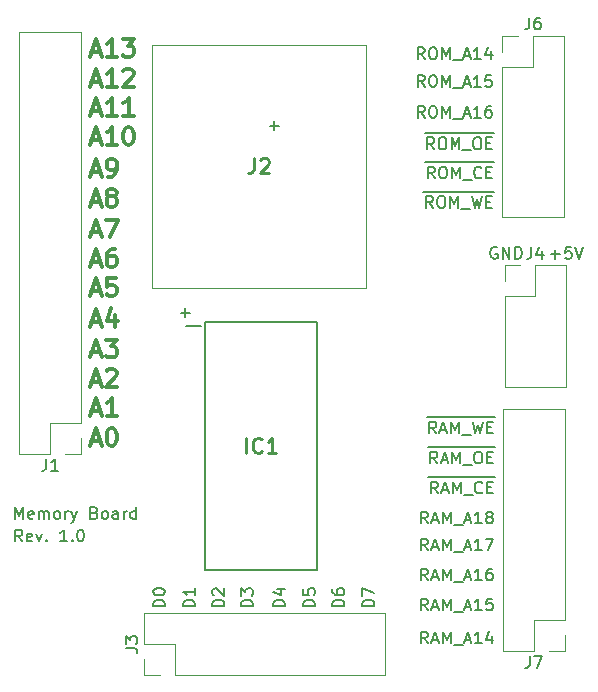
<source format=gbr>
%TF.GenerationSoftware,KiCad,Pcbnew,(5.1.6)-1*%
%TF.CreationDate,2020-09-22T21:52:58+03:00*%
%TF.ProjectId,RAM_ROM_devboard,52414d5f-524f-44d5-9f64-6576626f6172,rev?*%
%TF.SameCoordinates,Original*%
%TF.FileFunction,Legend,Top*%
%TF.FilePolarity,Positive*%
%FSLAX46Y46*%
G04 Gerber Fmt 4.6, Leading zero omitted, Abs format (unit mm)*
G04 Created by KiCad (PCBNEW (5.1.6)-1) date 2020-09-22 21:52:58*
%MOMM*%
%LPD*%
G01*
G04 APERTURE LIST*
%ADD10C,0.150000*%
%ADD11C,0.300000*%
%ADD12C,0.120000*%
%ADD13C,0.200000*%
%ADD14C,0.100000*%
%ADD15C,0.254000*%
G04 APERTURE END LIST*
D10*
X132993119Y-107132380D02*
X132659785Y-106656190D01*
X132421690Y-107132380D02*
X132421690Y-106132380D01*
X132802642Y-106132380D01*
X132897880Y-106180000D01*
X132945500Y-106227619D01*
X132993119Y-106322857D01*
X132993119Y-106465714D01*
X132945500Y-106560952D01*
X132897880Y-106608571D01*
X132802642Y-106656190D01*
X132421690Y-106656190D01*
X133374071Y-106846666D02*
X133850261Y-106846666D01*
X133278833Y-107132380D02*
X133612166Y-106132380D01*
X133945500Y-107132380D01*
X134278833Y-107132380D02*
X134278833Y-106132380D01*
X134612166Y-106846666D01*
X134945500Y-106132380D01*
X134945500Y-107132380D01*
X135183595Y-107227619D02*
X135945500Y-107227619D01*
X136135976Y-106846666D02*
X136612166Y-106846666D01*
X136040738Y-107132380D02*
X136374071Y-106132380D01*
X136707404Y-107132380D01*
X137564547Y-107132380D02*
X136993119Y-107132380D01*
X137278833Y-107132380D02*
X137278833Y-106132380D01*
X137183595Y-106275238D01*
X137088357Y-106370476D01*
X136993119Y-106418095D01*
X138135976Y-106560952D02*
X138040738Y-106513333D01*
X137993119Y-106465714D01*
X137945500Y-106370476D01*
X137945500Y-106322857D01*
X137993119Y-106227619D01*
X138040738Y-106180000D01*
X138135976Y-106132380D01*
X138326452Y-106132380D01*
X138421690Y-106180000D01*
X138469309Y-106227619D01*
X138516928Y-106322857D01*
X138516928Y-106370476D01*
X138469309Y-106465714D01*
X138421690Y-106513333D01*
X138326452Y-106560952D01*
X138135976Y-106560952D01*
X138040738Y-106608571D01*
X137993119Y-106656190D01*
X137945500Y-106751428D01*
X137945500Y-106941904D01*
X137993119Y-107037142D01*
X138040738Y-107084761D01*
X138135976Y-107132380D01*
X138326452Y-107132380D01*
X138421690Y-107084761D01*
X138469309Y-107037142D01*
X138516928Y-106941904D01*
X138516928Y-106751428D01*
X138469309Y-106656190D01*
X138421690Y-106608571D01*
X138326452Y-106560952D01*
X132993119Y-109418380D02*
X132659785Y-108942190D01*
X132421690Y-109418380D02*
X132421690Y-108418380D01*
X132802642Y-108418380D01*
X132897880Y-108466000D01*
X132945500Y-108513619D01*
X132993119Y-108608857D01*
X132993119Y-108751714D01*
X132945500Y-108846952D01*
X132897880Y-108894571D01*
X132802642Y-108942190D01*
X132421690Y-108942190D01*
X133374071Y-109132666D02*
X133850261Y-109132666D01*
X133278833Y-109418380D02*
X133612166Y-108418380D01*
X133945500Y-109418380D01*
X134278833Y-109418380D02*
X134278833Y-108418380D01*
X134612166Y-109132666D01*
X134945500Y-108418380D01*
X134945500Y-109418380D01*
X135183595Y-109513619D02*
X135945500Y-109513619D01*
X136135976Y-109132666D02*
X136612166Y-109132666D01*
X136040738Y-109418380D02*
X136374071Y-108418380D01*
X136707404Y-109418380D01*
X137564547Y-109418380D02*
X136993119Y-109418380D01*
X137278833Y-109418380D02*
X137278833Y-108418380D01*
X137183595Y-108561238D01*
X137088357Y-108656476D01*
X136993119Y-108704095D01*
X137897880Y-108418380D02*
X138564547Y-108418380D01*
X138135976Y-109418380D01*
X98655476Y-108656380D02*
X98322142Y-108180190D01*
X98084047Y-108656380D02*
X98084047Y-107656380D01*
X98465000Y-107656380D01*
X98560238Y-107704000D01*
X98607857Y-107751619D01*
X98655476Y-107846857D01*
X98655476Y-107989714D01*
X98607857Y-108084952D01*
X98560238Y-108132571D01*
X98465000Y-108180190D01*
X98084047Y-108180190D01*
X99465000Y-108608761D02*
X99369761Y-108656380D01*
X99179285Y-108656380D01*
X99084047Y-108608761D01*
X99036428Y-108513523D01*
X99036428Y-108132571D01*
X99084047Y-108037333D01*
X99179285Y-107989714D01*
X99369761Y-107989714D01*
X99465000Y-108037333D01*
X99512619Y-108132571D01*
X99512619Y-108227809D01*
X99036428Y-108323047D01*
X99845952Y-107989714D02*
X100084047Y-108656380D01*
X100322142Y-107989714D01*
X100703095Y-108561142D02*
X100750714Y-108608761D01*
X100703095Y-108656380D01*
X100655476Y-108608761D01*
X100703095Y-108561142D01*
X100703095Y-108656380D01*
X102465000Y-108656380D02*
X101893571Y-108656380D01*
X102179285Y-108656380D02*
X102179285Y-107656380D01*
X102084047Y-107799238D01*
X101988809Y-107894476D01*
X101893571Y-107942095D01*
X102893571Y-108561142D02*
X102941190Y-108608761D01*
X102893571Y-108656380D01*
X102845952Y-108608761D01*
X102893571Y-108561142D01*
X102893571Y-108656380D01*
X103560238Y-107656380D02*
X103655476Y-107656380D01*
X103750714Y-107704000D01*
X103798333Y-107751619D01*
X103845952Y-107846857D01*
X103893571Y-108037333D01*
X103893571Y-108275428D01*
X103845952Y-108465904D01*
X103798333Y-108561142D01*
X103750714Y-108608761D01*
X103655476Y-108656380D01*
X103560238Y-108656380D01*
X103465000Y-108608761D01*
X103417380Y-108561142D01*
X103369761Y-108465904D01*
X103322142Y-108275428D01*
X103322142Y-108037333D01*
X103369761Y-107846857D01*
X103417380Y-107751619D01*
X103465000Y-107704000D01*
X103560238Y-107656380D01*
X98068452Y-106751380D02*
X98068452Y-105751380D01*
X98401785Y-106465666D01*
X98735119Y-105751380D01*
X98735119Y-106751380D01*
X99592261Y-106703761D02*
X99497023Y-106751380D01*
X99306547Y-106751380D01*
X99211309Y-106703761D01*
X99163690Y-106608523D01*
X99163690Y-106227571D01*
X99211309Y-106132333D01*
X99306547Y-106084714D01*
X99497023Y-106084714D01*
X99592261Y-106132333D01*
X99639880Y-106227571D01*
X99639880Y-106322809D01*
X99163690Y-106418047D01*
X100068452Y-106751380D02*
X100068452Y-106084714D01*
X100068452Y-106179952D02*
X100116071Y-106132333D01*
X100211309Y-106084714D01*
X100354166Y-106084714D01*
X100449404Y-106132333D01*
X100497023Y-106227571D01*
X100497023Y-106751380D01*
X100497023Y-106227571D02*
X100544642Y-106132333D01*
X100639880Y-106084714D01*
X100782738Y-106084714D01*
X100877976Y-106132333D01*
X100925595Y-106227571D01*
X100925595Y-106751380D01*
X101544642Y-106751380D02*
X101449404Y-106703761D01*
X101401785Y-106656142D01*
X101354166Y-106560904D01*
X101354166Y-106275190D01*
X101401785Y-106179952D01*
X101449404Y-106132333D01*
X101544642Y-106084714D01*
X101687500Y-106084714D01*
X101782738Y-106132333D01*
X101830357Y-106179952D01*
X101877976Y-106275190D01*
X101877976Y-106560904D01*
X101830357Y-106656142D01*
X101782738Y-106703761D01*
X101687500Y-106751380D01*
X101544642Y-106751380D01*
X102306547Y-106751380D02*
X102306547Y-106084714D01*
X102306547Y-106275190D02*
X102354166Y-106179952D01*
X102401785Y-106132333D01*
X102497023Y-106084714D01*
X102592261Y-106084714D01*
X102830357Y-106084714D02*
X103068452Y-106751380D01*
X103306547Y-106084714D02*
X103068452Y-106751380D01*
X102973214Y-106989476D01*
X102925595Y-107037095D01*
X102830357Y-107084714D01*
X104782738Y-106227571D02*
X104925595Y-106275190D01*
X104973214Y-106322809D01*
X105020833Y-106418047D01*
X105020833Y-106560904D01*
X104973214Y-106656142D01*
X104925595Y-106703761D01*
X104830357Y-106751380D01*
X104449404Y-106751380D01*
X104449404Y-105751380D01*
X104782738Y-105751380D01*
X104877976Y-105799000D01*
X104925595Y-105846619D01*
X104973214Y-105941857D01*
X104973214Y-106037095D01*
X104925595Y-106132333D01*
X104877976Y-106179952D01*
X104782738Y-106227571D01*
X104449404Y-106227571D01*
X105592261Y-106751380D02*
X105497023Y-106703761D01*
X105449404Y-106656142D01*
X105401785Y-106560904D01*
X105401785Y-106275190D01*
X105449404Y-106179952D01*
X105497023Y-106132333D01*
X105592261Y-106084714D01*
X105735119Y-106084714D01*
X105830357Y-106132333D01*
X105877976Y-106179952D01*
X105925595Y-106275190D01*
X105925595Y-106560904D01*
X105877976Y-106656142D01*
X105830357Y-106703761D01*
X105735119Y-106751380D01*
X105592261Y-106751380D01*
X106782738Y-106751380D02*
X106782738Y-106227571D01*
X106735119Y-106132333D01*
X106639880Y-106084714D01*
X106449404Y-106084714D01*
X106354166Y-106132333D01*
X106782738Y-106703761D02*
X106687500Y-106751380D01*
X106449404Y-106751380D01*
X106354166Y-106703761D01*
X106306547Y-106608523D01*
X106306547Y-106513285D01*
X106354166Y-106418047D01*
X106449404Y-106370428D01*
X106687500Y-106370428D01*
X106782738Y-106322809D01*
X107258928Y-106751380D02*
X107258928Y-106084714D01*
X107258928Y-106275190D02*
X107306547Y-106179952D01*
X107354166Y-106132333D01*
X107449404Y-106084714D01*
X107544642Y-106084714D01*
X108306547Y-106751380D02*
X108306547Y-105751380D01*
X108306547Y-106703761D02*
X108211309Y-106751380D01*
X108020833Y-106751380D01*
X107925595Y-106703761D01*
X107877976Y-106656142D01*
X107830357Y-106560904D01*
X107830357Y-106275190D01*
X107877976Y-106179952D01*
X107925595Y-106132333D01*
X108020833Y-106084714D01*
X108211309Y-106084714D01*
X108306547Y-106132333D01*
X132731237Y-67825880D02*
X132397904Y-67349690D01*
X132159809Y-67825880D02*
X132159809Y-66825880D01*
X132540761Y-66825880D01*
X132635999Y-66873500D01*
X132683618Y-66921119D01*
X132731237Y-67016357D01*
X132731237Y-67159214D01*
X132683618Y-67254452D01*
X132635999Y-67302071D01*
X132540761Y-67349690D01*
X132159809Y-67349690D01*
X133350285Y-66825880D02*
X133540761Y-66825880D01*
X133635999Y-66873500D01*
X133731237Y-66968738D01*
X133778857Y-67159214D01*
X133778857Y-67492547D01*
X133731237Y-67683023D01*
X133635999Y-67778261D01*
X133540761Y-67825880D01*
X133350285Y-67825880D01*
X133255047Y-67778261D01*
X133159809Y-67683023D01*
X133112190Y-67492547D01*
X133112190Y-67159214D01*
X133159809Y-66968738D01*
X133255047Y-66873500D01*
X133350285Y-66825880D01*
X134207428Y-67825880D02*
X134207428Y-66825880D01*
X134540761Y-67540166D01*
X134874095Y-66825880D01*
X134874095Y-67825880D01*
X135112190Y-67921119D02*
X135874095Y-67921119D01*
X136064571Y-67540166D02*
X136540761Y-67540166D01*
X135969333Y-67825880D02*
X136302666Y-66825880D01*
X136635999Y-67825880D01*
X137493142Y-67825880D02*
X136921714Y-67825880D01*
X137207428Y-67825880D02*
X137207428Y-66825880D01*
X137112190Y-66968738D01*
X137016952Y-67063976D01*
X136921714Y-67111595D01*
X138350285Y-67159214D02*
X138350285Y-67825880D01*
X138112190Y-66778261D02*
X137874095Y-67492547D01*
X138493142Y-67492547D01*
X132731237Y-70175380D02*
X132397904Y-69699190D01*
X132159809Y-70175380D02*
X132159809Y-69175380D01*
X132540761Y-69175380D01*
X132635999Y-69223000D01*
X132683618Y-69270619D01*
X132731237Y-69365857D01*
X132731237Y-69508714D01*
X132683618Y-69603952D01*
X132635999Y-69651571D01*
X132540761Y-69699190D01*
X132159809Y-69699190D01*
X133350285Y-69175380D02*
X133540761Y-69175380D01*
X133635999Y-69223000D01*
X133731237Y-69318238D01*
X133778857Y-69508714D01*
X133778857Y-69842047D01*
X133731237Y-70032523D01*
X133635999Y-70127761D01*
X133540761Y-70175380D01*
X133350285Y-70175380D01*
X133255047Y-70127761D01*
X133159809Y-70032523D01*
X133112190Y-69842047D01*
X133112190Y-69508714D01*
X133159809Y-69318238D01*
X133255047Y-69223000D01*
X133350285Y-69175380D01*
X134207428Y-70175380D02*
X134207428Y-69175380D01*
X134540761Y-69889666D01*
X134874095Y-69175380D01*
X134874095Y-70175380D01*
X135112190Y-70270619D02*
X135874095Y-70270619D01*
X136064571Y-69889666D02*
X136540761Y-69889666D01*
X135969333Y-70175380D02*
X136302666Y-69175380D01*
X136635999Y-70175380D01*
X137493142Y-70175380D02*
X136921714Y-70175380D01*
X137207428Y-70175380D02*
X137207428Y-69175380D01*
X137112190Y-69318238D01*
X137016952Y-69413476D01*
X136921714Y-69461095D01*
X138397904Y-69175380D02*
X137921714Y-69175380D01*
X137874095Y-69651571D01*
X137921714Y-69603952D01*
X138016952Y-69556333D01*
X138255047Y-69556333D01*
X138350285Y-69603952D01*
X138397904Y-69651571D01*
X138445523Y-69746809D01*
X138445523Y-69984904D01*
X138397904Y-70080142D01*
X138350285Y-70127761D01*
X138255047Y-70175380D01*
X138016952Y-70175380D01*
X137921714Y-70127761D01*
X137874095Y-70080142D01*
X132731237Y-72778880D02*
X132397904Y-72302690D01*
X132159809Y-72778880D02*
X132159809Y-71778880D01*
X132540761Y-71778880D01*
X132635999Y-71826500D01*
X132683618Y-71874119D01*
X132731237Y-71969357D01*
X132731237Y-72112214D01*
X132683618Y-72207452D01*
X132635999Y-72255071D01*
X132540761Y-72302690D01*
X132159809Y-72302690D01*
X133350285Y-71778880D02*
X133540761Y-71778880D01*
X133635999Y-71826500D01*
X133731237Y-71921738D01*
X133778857Y-72112214D01*
X133778857Y-72445547D01*
X133731237Y-72636023D01*
X133635999Y-72731261D01*
X133540761Y-72778880D01*
X133350285Y-72778880D01*
X133255047Y-72731261D01*
X133159809Y-72636023D01*
X133112190Y-72445547D01*
X133112190Y-72112214D01*
X133159809Y-71921738D01*
X133255047Y-71826500D01*
X133350285Y-71778880D01*
X134207428Y-72778880D02*
X134207428Y-71778880D01*
X134540761Y-72493166D01*
X134874095Y-71778880D01*
X134874095Y-72778880D01*
X135112190Y-72874119D02*
X135874095Y-72874119D01*
X136064571Y-72493166D02*
X136540761Y-72493166D01*
X135969333Y-72778880D02*
X136302666Y-71778880D01*
X136635999Y-72778880D01*
X137493142Y-72778880D02*
X136921714Y-72778880D01*
X137207428Y-72778880D02*
X137207428Y-71778880D01*
X137112190Y-71921738D01*
X137016952Y-72016976D01*
X136921714Y-72064595D01*
X138350285Y-71778880D02*
X138159809Y-71778880D01*
X138064571Y-71826500D01*
X138016952Y-71874119D01*
X137921714Y-72016976D01*
X137874095Y-72207452D01*
X137874095Y-72588404D01*
X137921714Y-72683642D01*
X137969333Y-72731261D01*
X138064571Y-72778880D01*
X138255047Y-72778880D01*
X138350285Y-72731261D01*
X138397904Y-72683642D01*
X138445523Y-72588404D01*
X138445523Y-72350309D01*
X138397904Y-72255071D01*
X138350285Y-72207452D01*
X138255047Y-72159833D01*
X138064571Y-72159833D01*
X137969333Y-72207452D01*
X137921714Y-72255071D01*
X137874095Y-72350309D01*
X132731238Y-74078500D02*
X133731238Y-74078500D01*
X133540761Y-75445880D02*
X133207428Y-74969690D01*
X132969333Y-75445880D02*
X132969333Y-74445880D01*
X133350285Y-74445880D01*
X133445523Y-74493500D01*
X133493142Y-74541119D01*
X133540761Y-74636357D01*
X133540761Y-74779214D01*
X133493142Y-74874452D01*
X133445523Y-74922071D01*
X133350285Y-74969690D01*
X132969333Y-74969690D01*
X133731238Y-74078500D02*
X134778857Y-74078500D01*
X134159809Y-74445880D02*
X134350285Y-74445880D01*
X134445523Y-74493500D01*
X134540761Y-74588738D01*
X134588380Y-74779214D01*
X134588380Y-75112547D01*
X134540761Y-75303023D01*
X134445523Y-75398261D01*
X134350285Y-75445880D01*
X134159809Y-75445880D01*
X134064571Y-75398261D01*
X133969333Y-75303023D01*
X133921714Y-75112547D01*
X133921714Y-74779214D01*
X133969333Y-74588738D01*
X134064571Y-74493500D01*
X134159809Y-74445880D01*
X134778857Y-74078500D02*
X135921714Y-74078500D01*
X135016952Y-75445880D02*
X135016952Y-74445880D01*
X135350285Y-75160166D01*
X135683619Y-74445880D01*
X135683619Y-75445880D01*
X135921714Y-74078500D02*
X136683619Y-74078500D01*
X135921714Y-75541119D02*
X136683619Y-75541119D01*
X136683619Y-74078500D02*
X137731238Y-74078500D01*
X137112190Y-74445880D02*
X137302666Y-74445880D01*
X137397904Y-74493500D01*
X137493142Y-74588738D01*
X137540761Y-74779214D01*
X137540761Y-75112547D01*
X137493142Y-75303023D01*
X137397904Y-75398261D01*
X137302666Y-75445880D01*
X137112190Y-75445880D01*
X137016952Y-75398261D01*
X136921714Y-75303023D01*
X136874095Y-75112547D01*
X136874095Y-74779214D01*
X136921714Y-74588738D01*
X137016952Y-74493500D01*
X137112190Y-74445880D01*
X137731238Y-74078500D02*
X138635999Y-74078500D01*
X137969333Y-74922071D02*
X138302666Y-74922071D01*
X138445523Y-75445880D02*
X137969333Y-75445880D01*
X137969333Y-74445880D01*
X138445523Y-74445880D01*
X132778856Y-76555000D02*
X133778856Y-76555000D01*
X133588380Y-77922380D02*
X133255047Y-77446190D01*
X133016951Y-77922380D02*
X133016951Y-76922380D01*
X133397904Y-76922380D01*
X133493142Y-76970000D01*
X133540761Y-77017619D01*
X133588380Y-77112857D01*
X133588380Y-77255714D01*
X133540761Y-77350952D01*
X133493142Y-77398571D01*
X133397904Y-77446190D01*
X133016951Y-77446190D01*
X133778856Y-76555000D02*
X134826475Y-76555000D01*
X134207428Y-76922380D02*
X134397904Y-76922380D01*
X134493142Y-76970000D01*
X134588380Y-77065238D01*
X134635999Y-77255714D01*
X134635999Y-77589047D01*
X134588380Y-77779523D01*
X134493142Y-77874761D01*
X134397904Y-77922380D01*
X134207428Y-77922380D01*
X134112189Y-77874761D01*
X134016951Y-77779523D01*
X133969332Y-77589047D01*
X133969332Y-77255714D01*
X134016951Y-77065238D01*
X134112189Y-76970000D01*
X134207428Y-76922380D01*
X134826475Y-76555000D02*
X135969332Y-76555000D01*
X135064570Y-77922380D02*
X135064570Y-76922380D01*
X135397904Y-77636666D01*
X135731237Y-76922380D01*
X135731237Y-77922380D01*
X135969332Y-76555000D02*
X136731237Y-76555000D01*
X135969332Y-78017619D02*
X136731237Y-78017619D01*
X136731237Y-76555000D02*
X137731237Y-76555000D01*
X137540761Y-77827142D02*
X137493142Y-77874761D01*
X137350285Y-77922380D01*
X137255047Y-77922380D01*
X137112189Y-77874761D01*
X137016951Y-77779523D01*
X136969332Y-77684285D01*
X136921713Y-77493809D01*
X136921713Y-77350952D01*
X136969332Y-77160476D01*
X137016951Y-77065238D01*
X137112189Y-76970000D01*
X137255047Y-76922380D01*
X137350285Y-76922380D01*
X137493142Y-76970000D01*
X137540761Y-77017619D01*
X137731237Y-76555000D02*
X138635999Y-76555000D01*
X137969332Y-77398571D02*
X138302666Y-77398571D01*
X138445523Y-77922380D02*
X137969332Y-77922380D01*
X137969332Y-76922380D01*
X138445523Y-76922380D01*
X132636000Y-79031500D02*
X133636000Y-79031500D01*
X133445523Y-80398880D02*
X133112190Y-79922690D01*
X132874095Y-80398880D02*
X132874095Y-79398880D01*
X133255047Y-79398880D01*
X133350285Y-79446500D01*
X133397904Y-79494119D01*
X133445523Y-79589357D01*
X133445523Y-79732214D01*
X133397904Y-79827452D01*
X133350285Y-79875071D01*
X133255047Y-79922690D01*
X132874095Y-79922690D01*
X133636000Y-79031500D02*
X134683619Y-79031500D01*
X134064571Y-79398880D02*
X134255047Y-79398880D01*
X134350285Y-79446500D01*
X134445523Y-79541738D01*
X134493142Y-79732214D01*
X134493142Y-80065547D01*
X134445523Y-80256023D01*
X134350285Y-80351261D01*
X134255047Y-80398880D01*
X134064571Y-80398880D01*
X133969333Y-80351261D01*
X133874095Y-80256023D01*
X133826476Y-80065547D01*
X133826476Y-79732214D01*
X133874095Y-79541738D01*
X133969333Y-79446500D01*
X134064571Y-79398880D01*
X134683619Y-79031500D02*
X135826476Y-79031500D01*
X134921714Y-80398880D02*
X134921714Y-79398880D01*
X135255047Y-80113166D01*
X135588380Y-79398880D01*
X135588380Y-80398880D01*
X135826476Y-79031500D02*
X136588380Y-79031500D01*
X135826476Y-80494119D02*
X136588380Y-80494119D01*
X136588380Y-79031500D02*
X137731238Y-79031500D01*
X136731238Y-79398880D02*
X136969333Y-80398880D01*
X137159809Y-79684595D01*
X137350285Y-80398880D01*
X137588380Y-79398880D01*
X137731238Y-79031500D02*
X138636000Y-79031500D01*
X137969333Y-79875071D02*
X138302666Y-79875071D01*
X138445523Y-80398880D02*
X137969333Y-80398880D01*
X137969333Y-79398880D01*
X138445523Y-79398880D01*
X143430785Y-84335928D02*
X144192690Y-84335928D01*
X143811738Y-84716880D02*
X143811738Y-83954976D01*
X145145071Y-83716880D02*
X144668880Y-83716880D01*
X144621261Y-84193071D01*
X144668880Y-84145452D01*
X144764119Y-84097833D01*
X145002214Y-84097833D01*
X145097452Y-84145452D01*
X145145071Y-84193071D01*
X145192690Y-84288309D01*
X145192690Y-84526404D01*
X145145071Y-84621642D01*
X145097452Y-84669261D01*
X145002214Y-84716880D01*
X144764119Y-84716880D01*
X144668880Y-84669261D01*
X144621261Y-84621642D01*
X145478404Y-83716880D02*
X145811738Y-84716880D01*
X146145071Y-83716880D01*
X138874595Y-83764500D02*
X138779357Y-83716880D01*
X138636500Y-83716880D01*
X138493642Y-83764500D01*
X138398404Y-83859738D01*
X138350785Y-83954976D01*
X138303166Y-84145452D01*
X138303166Y-84288309D01*
X138350785Y-84478785D01*
X138398404Y-84574023D01*
X138493642Y-84669261D01*
X138636500Y-84716880D01*
X138731738Y-84716880D01*
X138874595Y-84669261D01*
X138922214Y-84621642D01*
X138922214Y-84288309D01*
X138731738Y-84288309D01*
X139350785Y-84716880D02*
X139350785Y-83716880D01*
X139922214Y-84716880D01*
X139922214Y-83716880D01*
X140398404Y-84716880D02*
X140398404Y-83716880D01*
X140636500Y-83716880D01*
X140779357Y-83764500D01*
X140874595Y-83859738D01*
X140922214Y-83954976D01*
X140969833Y-84145452D01*
X140969833Y-84288309D01*
X140922214Y-84478785D01*
X140874595Y-84574023D01*
X140779357Y-84669261D01*
X140636500Y-84716880D01*
X140398404Y-84716880D01*
X119646747Y-73477428D02*
X120408652Y-73477428D01*
X120027700Y-73858380D02*
X120027700Y-73096476D01*
X112077547Y-89288928D02*
X112839452Y-89288928D01*
X112458500Y-89669880D02*
X112458500Y-88907976D01*
X132897881Y-98145000D02*
X133897881Y-98145000D01*
X133707404Y-99512380D02*
X133374071Y-99036190D01*
X133135976Y-99512380D02*
X133135976Y-98512380D01*
X133516928Y-98512380D01*
X133612166Y-98560000D01*
X133659785Y-98607619D01*
X133707404Y-98702857D01*
X133707404Y-98845714D01*
X133659785Y-98940952D01*
X133612166Y-98988571D01*
X133516928Y-99036190D01*
X133135976Y-99036190D01*
X133897881Y-98145000D02*
X134755023Y-98145000D01*
X134088357Y-99226666D02*
X134564547Y-99226666D01*
X133993119Y-99512380D02*
X134326452Y-98512380D01*
X134659785Y-99512380D01*
X134755023Y-98145000D02*
X135897881Y-98145000D01*
X134993119Y-99512380D02*
X134993119Y-98512380D01*
X135326452Y-99226666D01*
X135659785Y-98512380D01*
X135659785Y-99512380D01*
X135897881Y-98145000D02*
X136659785Y-98145000D01*
X135897881Y-99607619D02*
X136659785Y-99607619D01*
X136659785Y-98145000D02*
X137802643Y-98145000D01*
X136802643Y-98512380D02*
X137040738Y-99512380D01*
X137231214Y-98798095D01*
X137421690Y-99512380D01*
X137659785Y-98512380D01*
X137802643Y-98145000D02*
X138707404Y-98145000D01*
X138040738Y-98988571D02*
X138374071Y-98988571D01*
X138516928Y-99512380D02*
X138040738Y-99512380D01*
X138040738Y-98512380D01*
X138516928Y-98512380D01*
X133040737Y-103225000D02*
X134040737Y-103225000D01*
X133850261Y-104592380D02*
X133516928Y-104116190D01*
X133278832Y-104592380D02*
X133278832Y-103592380D01*
X133659785Y-103592380D01*
X133755023Y-103640000D01*
X133802642Y-103687619D01*
X133850261Y-103782857D01*
X133850261Y-103925714D01*
X133802642Y-104020952D01*
X133755023Y-104068571D01*
X133659785Y-104116190D01*
X133278832Y-104116190D01*
X134040737Y-103225000D02*
X134897880Y-103225000D01*
X134231213Y-104306666D02*
X134707404Y-104306666D01*
X134135975Y-104592380D02*
X134469309Y-103592380D01*
X134802642Y-104592380D01*
X134897880Y-103225000D02*
X136040737Y-103225000D01*
X135135975Y-104592380D02*
X135135975Y-103592380D01*
X135469309Y-104306666D01*
X135802642Y-103592380D01*
X135802642Y-104592380D01*
X136040737Y-103225000D02*
X136802642Y-103225000D01*
X136040737Y-104687619D02*
X136802642Y-104687619D01*
X136802642Y-103225000D02*
X137802642Y-103225000D01*
X137612166Y-104497142D02*
X137564547Y-104544761D01*
X137421690Y-104592380D01*
X137326451Y-104592380D01*
X137183594Y-104544761D01*
X137088356Y-104449523D01*
X137040737Y-104354285D01*
X136993118Y-104163809D01*
X136993118Y-104020952D01*
X137040737Y-103830476D01*
X137088356Y-103735238D01*
X137183594Y-103640000D01*
X137326451Y-103592380D01*
X137421690Y-103592380D01*
X137564547Y-103640000D01*
X137612166Y-103687619D01*
X137802642Y-103225000D02*
X138707404Y-103225000D01*
X138040737Y-104068571D02*
X138374071Y-104068571D01*
X138516928Y-104592380D02*
X138040737Y-104592380D01*
X138040737Y-103592380D01*
X138516928Y-103592380D01*
X132993119Y-100685000D02*
X133993119Y-100685000D01*
X133802642Y-102052380D02*
X133469309Y-101576190D01*
X133231214Y-102052380D02*
X133231214Y-101052380D01*
X133612166Y-101052380D01*
X133707404Y-101100000D01*
X133755023Y-101147619D01*
X133802642Y-101242857D01*
X133802642Y-101385714D01*
X133755023Y-101480952D01*
X133707404Y-101528571D01*
X133612166Y-101576190D01*
X133231214Y-101576190D01*
X133993119Y-100685000D02*
X134850262Y-100685000D01*
X134183595Y-101766666D02*
X134659785Y-101766666D01*
X134088357Y-102052380D02*
X134421690Y-101052380D01*
X134755023Y-102052380D01*
X134850262Y-100685000D02*
X135993119Y-100685000D01*
X135088357Y-102052380D02*
X135088357Y-101052380D01*
X135421690Y-101766666D01*
X135755023Y-101052380D01*
X135755023Y-102052380D01*
X135993119Y-100685000D02*
X136755023Y-100685000D01*
X135993119Y-102147619D02*
X136755023Y-102147619D01*
X136755023Y-100685000D02*
X137802642Y-100685000D01*
X137183595Y-101052380D02*
X137374071Y-101052380D01*
X137469309Y-101100000D01*
X137564547Y-101195238D01*
X137612166Y-101385714D01*
X137612166Y-101719047D01*
X137564547Y-101909523D01*
X137469309Y-102004761D01*
X137374071Y-102052380D01*
X137183595Y-102052380D01*
X137088357Y-102004761D01*
X136993119Y-101909523D01*
X136945500Y-101719047D01*
X136945500Y-101385714D01*
X136993119Y-101195238D01*
X137088357Y-101100000D01*
X137183595Y-101052380D01*
X137802642Y-100685000D02*
X138707404Y-100685000D01*
X138040738Y-101528571D02*
X138374071Y-101528571D01*
X138516928Y-102052380D02*
X138040738Y-102052380D01*
X138040738Y-101052380D01*
X138516928Y-101052380D01*
X132993119Y-111958380D02*
X132659785Y-111482190D01*
X132421690Y-111958380D02*
X132421690Y-110958380D01*
X132802642Y-110958380D01*
X132897880Y-111006000D01*
X132945500Y-111053619D01*
X132993119Y-111148857D01*
X132993119Y-111291714D01*
X132945500Y-111386952D01*
X132897880Y-111434571D01*
X132802642Y-111482190D01*
X132421690Y-111482190D01*
X133374071Y-111672666D02*
X133850261Y-111672666D01*
X133278833Y-111958380D02*
X133612166Y-110958380D01*
X133945500Y-111958380D01*
X134278833Y-111958380D02*
X134278833Y-110958380D01*
X134612166Y-111672666D01*
X134945500Y-110958380D01*
X134945500Y-111958380D01*
X135183595Y-112053619D02*
X135945500Y-112053619D01*
X136135976Y-111672666D02*
X136612166Y-111672666D01*
X136040738Y-111958380D02*
X136374071Y-110958380D01*
X136707404Y-111958380D01*
X137564547Y-111958380D02*
X136993119Y-111958380D01*
X137278833Y-111958380D02*
X137278833Y-110958380D01*
X137183595Y-111101238D01*
X137088357Y-111196476D01*
X136993119Y-111244095D01*
X138421690Y-110958380D02*
X138231214Y-110958380D01*
X138135976Y-111006000D01*
X138088357Y-111053619D01*
X137993119Y-111196476D01*
X137945500Y-111386952D01*
X137945500Y-111767904D01*
X137993119Y-111863142D01*
X138040738Y-111910761D01*
X138135976Y-111958380D01*
X138326452Y-111958380D01*
X138421690Y-111910761D01*
X138469309Y-111863142D01*
X138516928Y-111767904D01*
X138516928Y-111529809D01*
X138469309Y-111434571D01*
X138421690Y-111386952D01*
X138326452Y-111339333D01*
X138135976Y-111339333D01*
X138040738Y-111386952D01*
X137993119Y-111434571D01*
X137945500Y-111529809D01*
X132993119Y-114498380D02*
X132659785Y-114022190D01*
X132421690Y-114498380D02*
X132421690Y-113498380D01*
X132802642Y-113498380D01*
X132897880Y-113546000D01*
X132945500Y-113593619D01*
X132993119Y-113688857D01*
X132993119Y-113831714D01*
X132945500Y-113926952D01*
X132897880Y-113974571D01*
X132802642Y-114022190D01*
X132421690Y-114022190D01*
X133374071Y-114212666D02*
X133850261Y-114212666D01*
X133278833Y-114498380D02*
X133612166Y-113498380D01*
X133945500Y-114498380D01*
X134278833Y-114498380D02*
X134278833Y-113498380D01*
X134612166Y-114212666D01*
X134945500Y-113498380D01*
X134945500Y-114498380D01*
X135183595Y-114593619D02*
X135945500Y-114593619D01*
X136135976Y-114212666D02*
X136612166Y-114212666D01*
X136040738Y-114498380D02*
X136374071Y-113498380D01*
X136707404Y-114498380D01*
X137564547Y-114498380D02*
X136993119Y-114498380D01*
X137278833Y-114498380D02*
X137278833Y-113498380D01*
X137183595Y-113641238D01*
X137088357Y-113736476D01*
X136993119Y-113784095D01*
X138469309Y-113498380D02*
X137993119Y-113498380D01*
X137945500Y-113974571D01*
X137993119Y-113926952D01*
X138088357Y-113879333D01*
X138326452Y-113879333D01*
X138421690Y-113926952D01*
X138469309Y-113974571D01*
X138516928Y-114069809D01*
X138516928Y-114307904D01*
X138469309Y-114403142D01*
X138421690Y-114450761D01*
X138326452Y-114498380D01*
X138088357Y-114498380D01*
X137993119Y-114450761D01*
X137945500Y-114403142D01*
X132993119Y-117292380D02*
X132659785Y-116816190D01*
X132421690Y-117292380D02*
X132421690Y-116292380D01*
X132802642Y-116292380D01*
X132897880Y-116340000D01*
X132945500Y-116387619D01*
X132993119Y-116482857D01*
X132993119Y-116625714D01*
X132945500Y-116720952D01*
X132897880Y-116768571D01*
X132802642Y-116816190D01*
X132421690Y-116816190D01*
X133374071Y-117006666D02*
X133850261Y-117006666D01*
X133278833Y-117292380D02*
X133612166Y-116292380D01*
X133945500Y-117292380D01*
X134278833Y-117292380D02*
X134278833Y-116292380D01*
X134612166Y-117006666D01*
X134945500Y-116292380D01*
X134945500Y-117292380D01*
X135183595Y-117387619D02*
X135945500Y-117387619D01*
X136135976Y-117006666D02*
X136612166Y-117006666D01*
X136040738Y-117292380D02*
X136374071Y-116292380D01*
X136707404Y-117292380D01*
X137564547Y-117292380D02*
X136993119Y-117292380D01*
X137278833Y-117292380D02*
X137278833Y-116292380D01*
X137183595Y-116435238D01*
X137088357Y-116530476D01*
X136993119Y-116578095D01*
X138421690Y-116625714D02*
X138421690Y-117292380D01*
X138183595Y-116244761D02*
X137945500Y-116959047D01*
X138564547Y-116959047D01*
X128468380Y-114149095D02*
X127468380Y-114149095D01*
X127468380Y-113911000D01*
X127516000Y-113768142D01*
X127611238Y-113672904D01*
X127706476Y-113625285D01*
X127896952Y-113577666D01*
X128039809Y-113577666D01*
X128230285Y-113625285D01*
X128325523Y-113672904D01*
X128420761Y-113768142D01*
X128468380Y-113911000D01*
X128468380Y-114149095D01*
X127468380Y-113244333D02*
X127468380Y-112577666D01*
X128468380Y-113006238D01*
X125928380Y-114149095D02*
X124928380Y-114149095D01*
X124928380Y-113911000D01*
X124976000Y-113768142D01*
X125071238Y-113672904D01*
X125166476Y-113625285D01*
X125356952Y-113577666D01*
X125499809Y-113577666D01*
X125690285Y-113625285D01*
X125785523Y-113672904D01*
X125880761Y-113768142D01*
X125928380Y-113911000D01*
X125928380Y-114149095D01*
X124928380Y-112720523D02*
X124928380Y-112911000D01*
X124976000Y-113006238D01*
X125023619Y-113053857D01*
X125166476Y-113149095D01*
X125356952Y-113196714D01*
X125737904Y-113196714D01*
X125833142Y-113149095D01*
X125880761Y-113101476D01*
X125928380Y-113006238D01*
X125928380Y-112815761D01*
X125880761Y-112720523D01*
X125833142Y-112672904D01*
X125737904Y-112625285D01*
X125499809Y-112625285D01*
X125404571Y-112672904D01*
X125356952Y-112720523D01*
X125309333Y-112815761D01*
X125309333Y-113006238D01*
X125356952Y-113101476D01*
X125404571Y-113149095D01*
X125499809Y-113196714D01*
X123451880Y-114149095D02*
X122451880Y-114149095D01*
X122451880Y-113911000D01*
X122499500Y-113768142D01*
X122594738Y-113672904D01*
X122689976Y-113625285D01*
X122880452Y-113577666D01*
X123023309Y-113577666D01*
X123213785Y-113625285D01*
X123309023Y-113672904D01*
X123404261Y-113768142D01*
X123451880Y-113911000D01*
X123451880Y-114149095D01*
X122451880Y-112672904D02*
X122451880Y-113149095D01*
X122928071Y-113196714D01*
X122880452Y-113149095D01*
X122832833Y-113053857D01*
X122832833Y-112815761D01*
X122880452Y-112720523D01*
X122928071Y-112672904D01*
X123023309Y-112625285D01*
X123261404Y-112625285D01*
X123356642Y-112672904D01*
X123404261Y-112720523D01*
X123451880Y-112815761D01*
X123451880Y-113053857D01*
X123404261Y-113149095D01*
X123356642Y-113196714D01*
X120911880Y-114149095D02*
X119911880Y-114149095D01*
X119911880Y-113911000D01*
X119959500Y-113768142D01*
X120054738Y-113672904D01*
X120149976Y-113625285D01*
X120340452Y-113577666D01*
X120483309Y-113577666D01*
X120673785Y-113625285D01*
X120769023Y-113672904D01*
X120864261Y-113768142D01*
X120911880Y-113911000D01*
X120911880Y-114149095D01*
X120245214Y-112720523D02*
X120911880Y-112720523D01*
X119864261Y-112958619D02*
X120578547Y-113196714D01*
X120578547Y-112577666D01*
X118181380Y-114149095D02*
X117181380Y-114149095D01*
X117181380Y-113911000D01*
X117229000Y-113768142D01*
X117324238Y-113672904D01*
X117419476Y-113625285D01*
X117609952Y-113577666D01*
X117752809Y-113577666D01*
X117943285Y-113625285D01*
X118038523Y-113672904D01*
X118133761Y-113768142D01*
X118181380Y-113911000D01*
X118181380Y-114149095D01*
X117181380Y-113244333D02*
X117181380Y-112625285D01*
X117562333Y-112958619D01*
X117562333Y-112815761D01*
X117609952Y-112720523D01*
X117657571Y-112672904D01*
X117752809Y-112625285D01*
X117990904Y-112625285D01*
X118086142Y-112672904D01*
X118133761Y-112720523D01*
X118181380Y-112815761D01*
X118181380Y-113101476D01*
X118133761Y-113196714D01*
X118086142Y-113244333D01*
X115768380Y-114149095D02*
X114768380Y-114149095D01*
X114768380Y-113911000D01*
X114816000Y-113768142D01*
X114911238Y-113672904D01*
X115006476Y-113625285D01*
X115196952Y-113577666D01*
X115339809Y-113577666D01*
X115530285Y-113625285D01*
X115625523Y-113672904D01*
X115720761Y-113768142D01*
X115768380Y-113911000D01*
X115768380Y-114149095D01*
X114863619Y-113196714D02*
X114816000Y-113149095D01*
X114768380Y-113053857D01*
X114768380Y-112815761D01*
X114816000Y-112720523D01*
X114863619Y-112672904D01*
X114958857Y-112625285D01*
X115054095Y-112625285D01*
X115196952Y-112672904D01*
X115768380Y-113244333D01*
X115768380Y-112625285D01*
X113291880Y-114149095D02*
X112291880Y-114149095D01*
X112291880Y-113911000D01*
X112339500Y-113768142D01*
X112434738Y-113672904D01*
X112529976Y-113625285D01*
X112720452Y-113577666D01*
X112863309Y-113577666D01*
X113053785Y-113625285D01*
X113149023Y-113672904D01*
X113244261Y-113768142D01*
X113291880Y-113911000D01*
X113291880Y-114149095D01*
X113291880Y-112625285D02*
X113291880Y-113196714D01*
X113291880Y-112911000D02*
X112291880Y-112911000D01*
X112434738Y-113006238D01*
X112529976Y-113101476D01*
X112577595Y-113196714D01*
X110751880Y-114149095D02*
X109751880Y-114149095D01*
X109751880Y-113911000D01*
X109799500Y-113768142D01*
X109894738Y-113672904D01*
X109989976Y-113625285D01*
X110180452Y-113577666D01*
X110323309Y-113577666D01*
X110513785Y-113625285D01*
X110609023Y-113672904D01*
X110704261Y-113768142D01*
X110751880Y-113911000D01*
X110751880Y-114149095D01*
X109751880Y-112958619D02*
X109751880Y-112863380D01*
X109799500Y-112768142D01*
X109847119Y-112720523D01*
X109942357Y-112672904D01*
X110132833Y-112625285D01*
X110370928Y-112625285D01*
X110561404Y-112672904D01*
X110656642Y-112720523D01*
X110704261Y-112768142D01*
X110751880Y-112863380D01*
X110751880Y-112958619D01*
X110704261Y-113053857D01*
X110656642Y-113101476D01*
X110561404Y-113149095D01*
X110370928Y-113196714D01*
X110132833Y-113196714D01*
X109942357Y-113149095D01*
X109847119Y-113101476D01*
X109799500Y-113053857D01*
X109751880Y-112958619D01*
D11*
X104529071Y-100135500D02*
X105243357Y-100135500D01*
X104386214Y-100564071D02*
X104886214Y-99064071D01*
X105386214Y-100564071D01*
X106171928Y-99064071D02*
X106314785Y-99064071D01*
X106457642Y-99135500D01*
X106529071Y-99206928D01*
X106600500Y-99349785D01*
X106671928Y-99635500D01*
X106671928Y-99992642D01*
X106600500Y-100278357D01*
X106529071Y-100421214D01*
X106457642Y-100492642D01*
X106314785Y-100564071D01*
X106171928Y-100564071D01*
X106029071Y-100492642D01*
X105957642Y-100421214D01*
X105886214Y-100278357D01*
X105814785Y-99992642D01*
X105814785Y-99635500D01*
X105886214Y-99349785D01*
X105957642Y-99206928D01*
X106029071Y-99135500D01*
X106171928Y-99064071D01*
X104529071Y-97595500D02*
X105243357Y-97595500D01*
X104386214Y-98024071D02*
X104886214Y-96524071D01*
X105386214Y-98024071D01*
X106671928Y-98024071D02*
X105814785Y-98024071D01*
X106243357Y-98024071D02*
X106243357Y-96524071D01*
X106100500Y-96738357D01*
X105957642Y-96881214D01*
X105814785Y-96952642D01*
X104529071Y-95119000D02*
X105243357Y-95119000D01*
X104386214Y-95547571D02*
X104886214Y-94047571D01*
X105386214Y-95547571D01*
X105814785Y-94190428D02*
X105886214Y-94119000D01*
X106029071Y-94047571D01*
X106386214Y-94047571D01*
X106529071Y-94119000D01*
X106600500Y-94190428D01*
X106671928Y-94333285D01*
X106671928Y-94476142D01*
X106600500Y-94690428D01*
X105743357Y-95547571D01*
X106671928Y-95547571D01*
X104529071Y-92642500D02*
X105243357Y-92642500D01*
X104386214Y-93071071D02*
X104886214Y-91571071D01*
X105386214Y-93071071D01*
X105743357Y-91571071D02*
X106671928Y-91571071D01*
X106171928Y-92142500D01*
X106386214Y-92142500D01*
X106529071Y-92213928D01*
X106600500Y-92285357D01*
X106671928Y-92428214D01*
X106671928Y-92785357D01*
X106600500Y-92928214D01*
X106529071Y-92999642D01*
X106386214Y-93071071D01*
X105957642Y-93071071D01*
X105814785Y-92999642D01*
X105743357Y-92928214D01*
X104529071Y-90039000D02*
X105243357Y-90039000D01*
X104386214Y-90467571D02*
X104886214Y-88967571D01*
X105386214Y-90467571D01*
X106529071Y-89467571D02*
X106529071Y-90467571D01*
X106171928Y-88896142D02*
X105814785Y-89967571D01*
X106743357Y-89967571D01*
X104529071Y-87435500D02*
X105243357Y-87435500D01*
X104386214Y-87864071D02*
X104886214Y-86364071D01*
X105386214Y-87864071D01*
X106600500Y-86364071D02*
X105886214Y-86364071D01*
X105814785Y-87078357D01*
X105886214Y-87006928D01*
X106029071Y-86935500D01*
X106386214Y-86935500D01*
X106529071Y-87006928D01*
X106600500Y-87078357D01*
X106671928Y-87221214D01*
X106671928Y-87578357D01*
X106600500Y-87721214D01*
X106529071Y-87792642D01*
X106386214Y-87864071D01*
X106029071Y-87864071D01*
X105886214Y-87792642D01*
X105814785Y-87721214D01*
X104529071Y-84959000D02*
X105243357Y-84959000D01*
X104386214Y-85387571D02*
X104886214Y-83887571D01*
X105386214Y-85387571D01*
X106529071Y-83887571D02*
X106243357Y-83887571D01*
X106100500Y-83959000D01*
X106029071Y-84030428D01*
X105886214Y-84244714D01*
X105814785Y-84530428D01*
X105814785Y-85101857D01*
X105886214Y-85244714D01*
X105957642Y-85316142D01*
X106100500Y-85387571D01*
X106386214Y-85387571D01*
X106529071Y-85316142D01*
X106600500Y-85244714D01*
X106671928Y-85101857D01*
X106671928Y-84744714D01*
X106600500Y-84601857D01*
X106529071Y-84530428D01*
X106386214Y-84459000D01*
X106100500Y-84459000D01*
X105957642Y-84530428D01*
X105886214Y-84601857D01*
X105814785Y-84744714D01*
X104529071Y-82482500D02*
X105243357Y-82482500D01*
X104386214Y-82911071D02*
X104886214Y-81411071D01*
X105386214Y-82911071D01*
X105743357Y-81411071D02*
X106743357Y-81411071D01*
X106100500Y-82911071D01*
X104529071Y-79879000D02*
X105243357Y-79879000D01*
X104386214Y-80307571D02*
X104886214Y-78807571D01*
X105386214Y-80307571D01*
X106100500Y-79450428D02*
X105957642Y-79379000D01*
X105886214Y-79307571D01*
X105814785Y-79164714D01*
X105814785Y-79093285D01*
X105886214Y-78950428D01*
X105957642Y-78879000D01*
X106100500Y-78807571D01*
X106386214Y-78807571D01*
X106529071Y-78879000D01*
X106600500Y-78950428D01*
X106671928Y-79093285D01*
X106671928Y-79164714D01*
X106600500Y-79307571D01*
X106529071Y-79379000D01*
X106386214Y-79450428D01*
X106100500Y-79450428D01*
X105957642Y-79521857D01*
X105886214Y-79593285D01*
X105814785Y-79736142D01*
X105814785Y-80021857D01*
X105886214Y-80164714D01*
X105957642Y-80236142D01*
X106100500Y-80307571D01*
X106386214Y-80307571D01*
X106529071Y-80236142D01*
X106600500Y-80164714D01*
X106671928Y-80021857D01*
X106671928Y-79736142D01*
X106600500Y-79593285D01*
X106529071Y-79521857D01*
X106386214Y-79450428D01*
X104529071Y-77339000D02*
X105243357Y-77339000D01*
X104386214Y-77767571D02*
X104886214Y-76267571D01*
X105386214Y-77767571D01*
X105957642Y-77767571D02*
X106243357Y-77767571D01*
X106386214Y-77696142D01*
X106457642Y-77624714D01*
X106600500Y-77410428D01*
X106671928Y-77124714D01*
X106671928Y-76553285D01*
X106600500Y-76410428D01*
X106529071Y-76339000D01*
X106386214Y-76267571D01*
X106100500Y-76267571D01*
X105957642Y-76339000D01*
X105886214Y-76410428D01*
X105814785Y-76553285D01*
X105814785Y-76910428D01*
X105886214Y-77053285D01*
X105957642Y-77124714D01*
X106100500Y-77196142D01*
X106386214Y-77196142D01*
X106529071Y-77124714D01*
X106600500Y-77053285D01*
X106671928Y-76910428D01*
X104529070Y-74672000D02*
X105243356Y-74672000D01*
X104386213Y-75100571D02*
X104886213Y-73600571D01*
X105386213Y-75100571D01*
X106671927Y-75100571D02*
X105814785Y-75100571D01*
X106243356Y-75100571D02*
X106243356Y-73600571D01*
X106100499Y-73814857D01*
X105957642Y-73957714D01*
X105814785Y-74029142D01*
X107600499Y-73600571D02*
X107743356Y-73600571D01*
X107886213Y-73672000D01*
X107957642Y-73743428D01*
X108029070Y-73886285D01*
X108100499Y-74172000D01*
X108100499Y-74529142D01*
X108029070Y-74814857D01*
X107957642Y-74957714D01*
X107886213Y-75029142D01*
X107743356Y-75100571D01*
X107600499Y-75100571D01*
X107457642Y-75029142D01*
X107386213Y-74957714D01*
X107314785Y-74814857D01*
X107243356Y-74529142D01*
X107243356Y-74172000D01*
X107314785Y-73886285D01*
X107386213Y-73743428D01*
X107457642Y-73672000D01*
X107600499Y-73600571D01*
X104529070Y-72195500D02*
X105243356Y-72195500D01*
X104386213Y-72624071D02*
X104886213Y-71124071D01*
X105386213Y-72624071D01*
X106671927Y-72624071D02*
X105814785Y-72624071D01*
X106243356Y-72624071D02*
X106243356Y-71124071D01*
X106100499Y-71338357D01*
X105957642Y-71481214D01*
X105814785Y-71552642D01*
X108100499Y-72624071D02*
X107243356Y-72624071D01*
X107671927Y-72624071D02*
X107671927Y-71124071D01*
X107529070Y-71338357D01*
X107386213Y-71481214D01*
X107243356Y-71552642D01*
X104529070Y-69719000D02*
X105243356Y-69719000D01*
X104386213Y-70147571D02*
X104886213Y-68647571D01*
X105386213Y-70147571D01*
X106671927Y-70147571D02*
X105814785Y-70147571D01*
X106243356Y-70147571D02*
X106243356Y-68647571D01*
X106100499Y-68861857D01*
X105957642Y-69004714D01*
X105814785Y-69076142D01*
X107243356Y-68790428D02*
X107314785Y-68719000D01*
X107457642Y-68647571D01*
X107814785Y-68647571D01*
X107957642Y-68719000D01*
X108029070Y-68790428D01*
X108100499Y-68933285D01*
X108100499Y-69076142D01*
X108029070Y-69290428D01*
X107171927Y-70147571D01*
X108100499Y-70147571D01*
X104529070Y-67179000D02*
X105243356Y-67179000D01*
X104386213Y-67607571D02*
X104886213Y-66107571D01*
X105386213Y-67607571D01*
X106671927Y-67607571D02*
X105814785Y-67607571D01*
X106243356Y-67607571D02*
X106243356Y-66107571D01*
X106100499Y-66321857D01*
X105957642Y-66464714D01*
X105814785Y-66536142D01*
X107171927Y-66107571D02*
X108100499Y-66107571D01*
X107600499Y-66679000D01*
X107814785Y-66679000D01*
X107957642Y-66750428D01*
X108029070Y-66821857D01*
X108100499Y-66964714D01*
X108100499Y-67321857D01*
X108029070Y-67464714D01*
X107957642Y-67536142D01*
X107814785Y-67607571D01*
X107386213Y-67607571D01*
X107243356Y-67536142D01*
X107171927Y-67464714D01*
D12*
%TO.C,J7*%
X144586000Y-97476000D02*
X139386000Y-97476000D01*
X144586000Y-115316000D02*
X144586000Y-97476000D01*
X139386000Y-117916000D02*
X139386000Y-97476000D01*
X144586000Y-115316000D02*
X141986000Y-115316000D01*
X141986000Y-115316000D02*
X141986000Y-117916000D01*
X141986000Y-117916000D02*
X139386000Y-117916000D01*
X144586000Y-116586000D02*
X144586000Y-117916000D01*
X144586000Y-117916000D02*
X143256000Y-117916000D01*
D13*
%TO.C,IC1*%
X114142000Y-90109000D02*
X123602000Y-90109000D01*
X123602000Y-90109000D02*
X123602000Y-111059000D01*
X123602000Y-111059000D02*
X114142000Y-111059000D01*
X114142000Y-111059000D02*
X114142000Y-90109000D01*
X112497000Y-90384000D02*
X113792000Y-90384000D01*
D14*
%TO.C,J2*%
X109693500Y-87200000D02*
X109693500Y-66600000D01*
X127743500Y-87200000D02*
X109693500Y-87200000D01*
X127743500Y-66600000D02*
X127743500Y-87200000D01*
X109693500Y-66600000D02*
X127743500Y-66600000D01*
D12*
%TO.C,J6*%
X139322500Y-65853000D02*
X140652500Y-65853000D01*
X139322500Y-67183000D02*
X139322500Y-65853000D01*
X141922500Y-65853000D02*
X144522500Y-65853000D01*
X141922500Y-68453000D02*
X141922500Y-65853000D01*
X139322500Y-68453000D02*
X141922500Y-68453000D01*
X144522500Y-65853000D02*
X144522500Y-81213000D01*
X139322500Y-68453000D02*
X139322500Y-81213000D01*
X139322500Y-81213000D02*
X144522500Y-81213000D01*
%TO.C,J4*%
X139513000Y-85284000D02*
X140843000Y-85284000D01*
X139513000Y-86614000D02*
X139513000Y-85284000D01*
X142113000Y-85284000D02*
X144713000Y-85284000D01*
X142113000Y-87884000D02*
X142113000Y-85284000D01*
X139513000Y-87884000D02*
X142113000Y-87884000D01*
X144713000Y-85284000D02*
X144713000Y-95564000D01*
X139513000Y-87884000D02*
X139513000Y-95564000D01*
X139513000Y-95564000D02*
X144713000Y-95564000D01*
%TO.C,J3*%
X108969500Y-119948000D02*
X108969500Y-118618000D01*
X110299500Y-119948000D02*
X108969500Y-119948000D01*
X108969500Y-117348000D02*
X108969500Y-114748000D01*
X111569500Y-117348000D02*
X108969500Y-117348000D01*
X111569500Y-119948000D02*
X111569500Y-117348000D01*
X108969500Y-114748000D02*
X129409500Y-114748000D01*
X111569500Y-119948000D02*
X129409500Y-119948000D01*
X129409500Y-119948000D02*
X129409500Y-114748000D01*
%TO.C,J1*%
X103628500Y-101215500D02*
X102298500Y-101215500D01*
X103628500Y-99885500D02*
X103628500Y-101215500D01*
X101028500Y-101215500D02*
X98428500Y-101215500D01*
X101028500Y-98615500D02*
X101028500Y-101215500D01*
X103628500Y-98615500D02*
X101028500Y-98615500D01*
X98428500Y-101215500D02*
X98428500Y-65535500D01*
X103628500Y-98615500D02*
X103628500Y-65535500D01*
X103628500Y-65535500D02*
X98428500Y-65535500D01*
%TO.C,J7*%
D10*
X141652666Y-118368380D02*
X141652666Y-119082666D01*
X141605047Y-119225523D01*
X141509809Y-119320761D01*
X141366952Y-119368380D01*
X141271714Y-119368380D01*
X142033619Y-118368380D02*
X142700285Y-118368380D01*
X142271714Y-119368380D01*
%TO.C,IC1*%
D15*
X117632238Y-101158523D02*
X117632238Y-99888523D01*
X118962714Y-101037571D02*
X118902238Y-101098047D01*
X118720809Y-101158523D01*
X118599857Y-101158523D01*
X118418428Y-101098047D01*
X118297476Y-100977095D01*
X118237000Y-100856142D01*
X118176523Y-100614238D01*
X118176523Y-100432809D01*
X118237000Y-100190904D01*
X118297476Y-100069952D01*
X118418428Y-99949000D01*
X118599857Y-99888523D01*
X118720809Y-99888523D01*
X118902238Y-99949000D01*
X118962714Y-100009476D01*
X120172238Y-101158523D02*
X119446523Y-101158523D01*
X119809380Y-101158523D02*
X119809380Y-99888523D01*
X119688428Y-100069952D01*
X119567476Y-100190904D01*
X119446523Y-100251380D01*
%TO.C,J2*%
X118295166Y-76204523D02*
X118295166Y-77111666D01*
X118234690Y-77293095D01*
X118113738Y-77414047D01*
X117932309Y-77474523D01*
X117811357Y-77474523D01*
X118839452Y-76325476D02*
X118899928Y-76265000D01*
X119020880Y-76204523D01*
X119323261Y-76204523D01*
X119444214Y-76265000D01*
X119504690Y-76325476D01*
X119565166Y-76446428D01*
X119565166Y-76567380D01*
X119504690Y-76748809D01*
X118778976Y-77474523D01*
X119565166Y-77474523D01*
%TO.C,J6*%
D10*
X141589166Y-64305380D02*
X141589166Y-65019666D01*
X141541547Y-65162523D01*
X141446309Y-65257761D01*
X141303452Y-65305380D01*
X141208214Y-65305380D01*
X142493928Y-64305380D02*
X142303452Y-64305380D01*
X142208214Y-64353000D01*
X142160595Y-64400619D01*
X142065357Y-64543476D01*
X142017738Y-64733952D01*
X142017738Y-65114904D01*
X142065357Y-65210142D01*
X142112976Y-65257761D01*
X142208214Y-65305380D01*
X142398690Y-65305380D01*
X142493928Y-65257761D01*
X142541547Y-65210142D01*
X142589166Y-65114904D01*
X142589166Y-64876809D01*
X142541547Y-64781571D01*
X142493928Y-64733952D01*
X142398690Y-64686333D01*
X142208214Y-64686333D01*
X142112976Y-64733952D01*
X142065357Y-64781571D01*
X142017738Y-64876809D01*
%TO.C,J4*%
X141779666Y-83736380D02*
X141779666Y-84450666D01*
X141732047Y-84593523D01*
X141636809Y-84688761D01*
X141493952Y-84736380D01*
X141398714Y-84736380D01*
X142684428Y-84069714D02*
X142684428Y-84736380D01*
X142446333Y-83688761D02*
X142208238Y-84403047D01*
X142827285Y-84403047D01*
%TO.C,J3*%
X107421880Y-117681333D02*
X108136166Y-117681333D01*
X108279023Y-117728952D01*
X108374261Y-117824190D01*
X108421880Y-117967047D01*
X108421880Y-118062285D01*
X107421880Y-117300380D02*
X107421880Y-116681333D01*
X107802833Y-117014666D01*
X107802833Y-116871809D01*
X107850452Y-116776571D01*
X107898071Y-116728952D01*
X107993309Y-116681333D01*
X108231404Y-116681333D01*
X108326642Y-116728952D01*
X108374261Y-116776571D01*
X108421880Y-116871809D01*
X108421880Y-117157523D01*
X108374261Y-117252761D01*
X108326642Y-117300380D01*
%TO.C,J1*%
X100695166Y-101667880D02*
X100695166Y-102382166D01*
X100647547Y-102525023D01*
X100552309Y-102620261D01*
X100409452Y-102667880D01*
X100314214Y-102667880D01*
X101695166Y-102667880D02*
X101123738Y-102667880D01*
X101409452Y-102667880D02*
X101409452Y-101667880D01*
X101314214Y-101810738D01*
X101218976Y-101905976D01*
X101123738Y-101953595D01*
%TD*%
M02*

</source>
